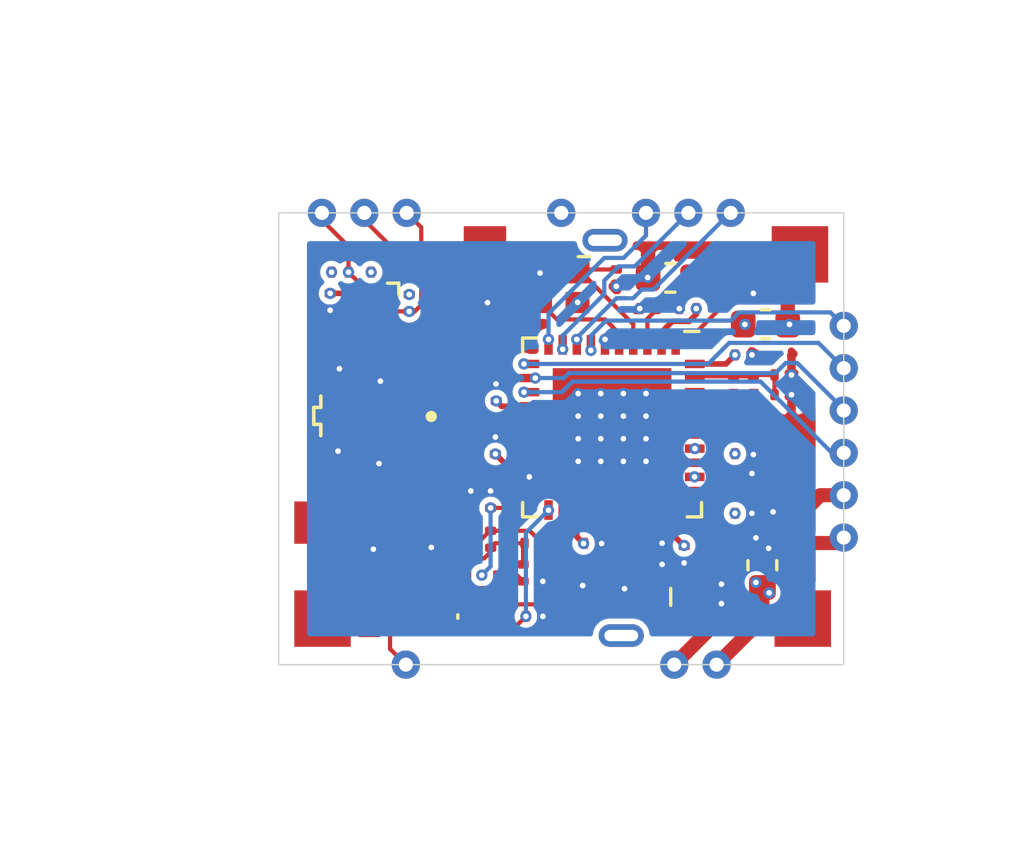
<source format=kicad_pcb>
(kicad_pcb (version 20171130) (host pcbnew "(5.1.6-0-10_14)")
  (layers (0 F.Cu signal) (1 In1.Cu signal) (2 In2.Cu signal) (31 B.Cu signal) (34 B.Paste user) (35 F.Paste user) (36 B.SilkS user) (37 F.SilkS user) (38 B.Mask user) (39 F.Mask user) (44 Edge.Cuts user))
  (net 0 "")
  (net 1 GND)
  (net 2 "Net-(C12-Pad1)")
  (net 3 /VDDCP)
  (net 4 +3V3)
  (net 5 "Net-(C23-Pad2)")
  (net 6 "Net-(C26-Pad1)")
  (net 7 "Net-(C33-Pad1)")
  (net 8 "Net-(C34-Pad2)")
  (net 9 "Net-(J1-Pad1)")
  (net 10 "Net-(U1-Pad35)")
  (net 11 "Net-(U1-Pad31)")
  (net 12 "Net-(U1-Pad26)")
  (net 13 "Net-(U1-Pad25)")
  (net 14 "Net-(U1-Pad24)")
  (net 15 "Net-(U1-Pad22)")
  (net 16 "Net-(U1-Pad17)")
  (net 17 "Net-(U1-Pad16)")
  (net 18 "Net-(U1-Pad15)")
  (net 19 /XT-)
  (net 20 /XT+)
  (net 21 "Net-(C17-Pad2)")
  (net 22 "Net-(C19-Pad2)")
  (net 23 "Net-(C20-Pad2)")
  (net 24 "Net-(C23-Pad1)")
  (net 25 "Net-(C28-Pad1)")
  (net 26 "Net-(C34-Pad1)")
  (net 27 "Net-(C35-Pad2)")
  (net 28 "Net-(C36-Pad2)")
  (net 29 "Net-(C37-Pad1)")
  (net 30 "Net-(C39-Pad1)")
  (net 31 "Net-(C40-Pad1)")
  (net 32 "Net-(C41-Pad1)")
  (net 33 "Net-(C42-Pad2)")
  (net 34 "Net-(C42-Pad1)")
  (net 35 "Net-(C43-Pad1)")
  (net 36 "Net-(C44-Pad2)")
  (net 37 "Net-(C45-Pad1)")
  (net 38 "Net-(C46-Pad2)")
  (net 39 "Net-(C47-Pad2)")
  (net 40 "Net-(C47-Pad1)")
  (net 41 "Net-(C48-Pad2)")
  (net 42 "Net-(C48-Pad1)")
  (net 43 /SDI)
  (net 44 /SCEN)
  (net 45 /SCLK)
  (net 46 /SINTN)
  (net 47 /SDO)
  (net 48 /REGPDIN)
  (net 49 /RESETN)
  (net 50 +3.3VA)
  (net 51 "Net-(L10-Pad1)")
  (net 52 /WP)
  (net 53 /SCL)
  (net 54 /SDA)
  (net 55 "Net-(U7-Pad1)")
  (net 56 "Net-(U7-Pad2)")
  (net 57 "Net-(U7-Pad3)")
  (net 58 "Net-(U7-Pad4)")
  (net 59 "Net-(U7-Pad5)")
  (module Resistor_SMD:R_0201_0603Metric2 (layer F.Cu) (at 166.45 101.94)
    (fp_text reference R9)
    (fp_text value 8.2k)
    (pad 2 smd roundrect (at 0.3 0) (size 0.3 0.4) (layers F.Cu F.Mask) (net 25 "Net-(C28-Pad1)"))
    (pad 1 smd roundrect (at -0.3 0) (size 0.3 0.4) (layers F.Cu F.Mask) (net 6 "Net-(C26-Pad1)"))
  )
  (module Resistor_SMD:R_0201_0603Metric2 (layer F.Cu) (at 167.85 98.44)
    (fp_text reference R8)
    (fp_text value 51)
    (pad 2 smd roundrect (at 0.3 0) (size 0.3 0.4) (layers F.Cu F.Mask) (net 1 GND))
    (pad 1 smd roundrect (at -0.3 0) (size 0.3 0.4) (layers F.Cu F.Mask) (net 22 "Net-(C19-Pad2)"))
  )
  (module Resistor_SMD:R_0201_0603Metric2 (layer F.Cu) (at 152.17 94.1 180)
    (fp_text reference R7)
    (fp_text value 10k)
    (pad 2 smd roundrect (at 0.3 0 180) (size 0.3 0.4) (layers F.Cu F.Mask) (net 4 +3V3))
    (pad 1 smd roundrect (at -0.3 0 180) (size 0.3 0.4) (layers F.Cu F.Mask) (net 52 /WP))
  )
  (module Resistor_SMD:R_0201_0603Metric2 (layer F.Cu) (at 153.57 94.1)
    (fp_text reference R6)
    (fp_text value 10k)
    (pad 2 smd roundrect (at 0.3 0) (size 0.3 0.4) (layers F.Cu F.Mask) (net 53 /SCL))
    (pad 1 smd roundrect (at -0.3 0) (size 0.3 0.4) (layers F.Cu F.Mask) (net 4 +3V3))
  )
  (module Resistor_SMD:R_0201_0603Metric2 (layer F.Cu) (at 154.62 95.19 270)
    (fp_text reference R5)
    (fp_text value 10k)
    (pad 2 smd roundrect (at 0.3 0 270) (size 0.3 0.4) (layers F.Cu F.Mask) (net 54 /SDA))
    (pad 1 smd roundrect (at -0.3 0 270) (size 0.3 0.4) (layers F.Cu F.Mask) (net 4 +3V3))
  )
  (module Inductor_SMD:L_0201_0603Metric2 (layer F.Cu) (at 153.65 103.91)
    (fp_text reference L11)
    (fp_text value 6.8n)
    (pad 2 smd roundrect (at 0.3 0) (size 0.3 0.4) (layers F.Cu F.Mask) (net 39 "Net-(C47-Pad2)"))
    (pad 1 smd roundrect (at -0.3 0) (size 0.3 0.4) (layers F.Cu F.Mask) (net 1 GND))
  )
  (module Inductor_SMD:L_0201_0603Metric2 (layer F.Cu) (at 153.64 104.61)
    (fp_text reference L10)
    (fp_text value 0.039u)
    (pad 2 smd roundrect (at 0.3 0) (size 0.3 0.4) (layers F.Cu F.Mask) (net 39 "Net-(C47-Pad2)"))
    (pad 1 smd roundrect (at -0.3 0) (size 0.3 0.4) (layers F.Cu F.Mask) (net 51 "Net-(L10-Pad1)"))
  )
  (module Inductor_SMD:L_0201_0603Metric2 (layer F.Cu) (at 153.64 105.31 180)
    (fp_text reference L9)
    (fp_text value 2.2n)
    (pad 2 smd roundrect (at 0.3 0 180) (size 0.3 0.4) (layers F.Cu F.Mask) (net 51 "Net-(L10-Pad1)"))
    (pad 1 smd roundrect (at -0.3 0 180) (size 0.3 0.4) (layers F.Cu F.Mask) (net 9 "Net-(J1-Pad1)"))
  )
  (module Inductor_SMD:L_0201_0603Metric2 (layer F.Cu) (at 156.1 103.55 90)
    (fp_text reference L8)
    (fp_text value NC)
    (pad 2 smd roundrect (at 0.3 0 90) (size 0.3 0.4) (layers F.Cu F.Mask) (net 35 "Net-(C43-Pad1)"))
    (pad 1 smd roundrect (at -0.3 0 90) (size 0.3 0.4) (layers F.Cu F.Mask) (net 32 "Net-(C41-Pad1)"))
  )
  (module Inductor_SMD:L_0201_0603Metric2 (layer F.Cu) (at 157.5 103.56 90)
    (fp_text reference L7)
    (fp_text value 6.2n)
    (pad 2 smd roundrect (at 0.3 0 90) (size 0.3 0.4) (layers F.Cu F.Mask) (net 30 "Net-(C39-Pad1)"))
    (pad 1 smd roundrect (at -0.3 0 90) (size 0.3 0.4) (layers F.Cu F.Mask) (net 32 "Net-(C41-Pad1)"))
  )
  (module Inductor_SMD:L_0201_0603Metric2 (layer F.Cu) (at 156.8 103.56 90)
    (fp_text reference L6)
    (fp_text value 6.2n)
    (pad 2 smd roundrect (at 0.3 0 90) (size 0.3 0.4) (layers F.Cu F.Mask) (net 31 "Net-(C40-Pad1)"))
    (pad 1 smd roundrect (at -0.3 0 90) (size 0.3 0.4) (layers F.Cu F.Mask) (net 30 "Net-(C39-Pad1)"))
  )
  (module Inductor_SMD:L_0201_0603Metric2 (layer F.Cu) (at 160.05 104.05 270)
    (fp_text reference L5)
    (fp_text value 15n)
    (pad 2 smd roundrect (at 0.3 0 270) (size 0.3 0.4) (layers F.Cu F.Mask) (net 27 "Net-(C35-Pad2)"))
    (pad 1 smd roundrect (at -0.3 0 270) (size 0.3 0.4) (layers F.Cu F.Mask) (net 30 "Net-(C39-Pad1)"))
  )
  (module Inductor_SMD:L_0201_0603Metric2 (layer F.Cu) (at 165.37 105.85)
    (fp_text reference L4)
    (fp_text value NC)
    (pad 2 smd roundrect (at 0.3 0) (size 0.3 0.4) (layers F.Cu F.Mask) (net 1 GND))
    (pad 1 smd roundrect (at -0.3 0) (size 0.3 0.4) (layers F.Cu F.Mask) (net 28 "Net-(C36-Pad2)"))
  )
  (module Inductor_SMD:L_0201_0603Metric2 (layer F.Cu) (at 165.37 105.15)
    (fp_text reference L3)
    (fp_text value 13n)
    (pad 2 smd roundrect (at 0.3 0) (size 0.3 0.4) (layers F.Cu F.Mask) (net 1 GND))
    (pad 1 smd roundrect (at -0.3 0) (size 0.3 0.4) (layers F.Cu F.Mask) (net 8 "Net-(C34-Pad2)"))
  )
  (module Inductor_SMD:L_0201_0603Metric2 (layer F.Cu) (at 162.16 104.05 270)
    (fp_text reference L2)
    (fp_text value 10n)
    (pad 2 smd roundrect (at 0.3 0 270) (size 0.3 0.4) (layers F.Cu F.Mask) (net 29 "Net-(C37-Pad1)"))
    (pad 1 smd roundrect (at -0.3 0 270) (size 0.3 0.4) (layers F.Cu F.Mask) (net 7 "Net-(C33-Pad1)"))
  )
  (module Inductor_SMD:L_0201_0603Metric2 (layer F.Cu) (at 166.1 99.48 90)
    (fp_text reference L1)
    (fp_text value 4.3n)
    (pad 2 smd roundrect (at 0.3 0 90) (size 0.3 0.4) (layers F.Cu F.Mask) (net 5 "Net-(C23-Pad2)"))
    (pad 1 smd roundrect (at -0.3 0 90) (size 0.3 0.4) (layers F.Cu F.Mask) (net 24 "Net-(C23-Pad1)"))
  )
  (module Capacitor_SMD:C_0603_1608Metric (layer F.Cu) (at 167.12 104.48 270)
    (fp_text reference C1)
    (fp_text value 10uF)
    (pad 2 smd roundrect (at 0.7875 0 270) (size 0.875 0.95) (layers F.Cu F.Paste F.Mask) (net 50 +3.3VA))
    (pad 1 smd roundrect (at -0.7875 0 270) (size 0.875 0.95) (layers F.Cu F.Paste F.Mask) (net 1 GND))
  )
  (module lazurite_footprint:RF920A_SHIELD (layer F.Cu) (at 160.05 99.97)
    (fp_text reference U7 hide)
    (fp_text value RF920_SHIELD)
    (pad "" np_thru_hole oval (at 2.075 7 270) (size 0.8 1.6) (drill oval 0.4 1.2) (layers *.Cu *.Mask))
    (pad 1 smd rect (at -9.2 3 90) (size 1.5 0.6) (layers F.Cu F.Paste F.Mask) (net 55 "Net-(U7-Pad1)"))
    (pad 2 smd rect (at -2.75 -7.2) (size 1.5 0.6) (layers F.Cu F.Paste F.Mask) (net 56 "Net-(U7-Pad2)"))
    (pad 3 smd custom (at 9 7 180) (size 1 0.4) (layers F.Cu F.Paste F.Mask) (net 57 "Net-(U7-Pad3)") (options (clearance outline) (anchor rect)) (primitives (gr_poly (pts (xy -0.5 -0.4) (xy 1.5 -0.4) (xy 1.5 0.2) (xy 0.1 0.2) (xy 0.1 1.6) (xy -0.5 1.6)) (width 0))))
    (pad 4 smd custom (at 9 -7 270) (size 1 0.4) (layers F.Cu F.Paste F.Mask) (net 58 "Net-(U7-Pad4)") (options (clearance outline) (anchor rect)) (primitives (gr_poly (pts (xy -0.5 -0.4) (xy 1.5 -0.4) (xy 1.5 0.2) (xy 0.1 0.2) (xy 0.1 1.6) (xy -0.5 1.6)) (width 0))))
    (pad "" np_thru_hole oval (at 1.5 -7 90) (size 0.8 1.6) (drill oval 0.4 1.2) (layers *.Cu *.Mask))
    (pad 5 smd custom (at -9.1 6.9 90) (size 1 0.4) (layers F.Cu F.Paste F.Mask) (net 59 "Net-(U7-Pad5)") (options (clearance outline) (anchor rect)) (primitives (gr_poly (pts (xy -0.5 -0.4) (xy 1.5 -0.4) (xy 1.5 0.2) (xy 0.1 0.2) (xy 0.1 1.6) (xy -0.5 1.6)) (width 0))))
  )
  (module Capacitor_SMD:C_0201_0603Metric_2 (layer F.Cu) (at 154.7 103.55 270)
    (fp_text reference C48)
    (fp_text value 47p)
    (pad 2 smd roundrect (at 0.3 0 270) (size 0.3 0.4) (layers F.Cu F.Paste F.Mask) (net 41 "Net-(C48-Pad2)"))
    (pad 1 smd roundrect (at -0.3 0 270) (size 0.3 0.4) (layers F.Cu F.Paste F.Mask) (net 42 "Net-(C48-Pad1)"))
  )
  (module Capacitor_SMD:C_0201_0603Metric_2 (layer F.Cu) (at 155.04 105.31 180)
    (fp_text reference C47)
    (fp_text value 47p)
    (pad 2 smd roundrect (at 0.3 0 180) (size 0.3 0.4) (layers F.Cu F.Paste F.Mask) (net 39 "Net-(C47-Pad2)"))
    (pad 1 smd roundrect (at -0.3 0 180) (size 0.3 0.4) (layers F.Cu F.Paste F.Mask) (net 40 "Net-(C47-Pad1)"))
  )
  (module Capacitor_SMD:C_0201_0603Metric_2 (layer F.Cu) (at 157.5 102.15 270)
    (fp_text reference C46)
    (fp_text value 1000p)
    (pad 2 smd roundrect (at 0.3 0 270) (size 0.3 0.4) (layers F.Cu F.Paste F.Mask) (net 38 "Net-(C46-Pad2)"))
    (pad 1 smd roundrect (at -0.3 0 270) (size 0.3 0.4) (layers F.Cu F.Paste F.Mask) (net 1 GND))
  )
  (module Capacitor_SMD:C_0201_0603Metric_2 (layer F.Cu) (at 159.05 106.29)
    (fp_text reference C45)
    (fp_text value 1000p)
    (pad 2 smd roundrect (at 0.3 0) (size 0.3 0.4) (layers F.Cu F.Paste F.Mask) (net 1 GND))
    (pad 1 smd roundrect (at -0.3 0) (size 0.3 0.4) (layers F.Cu F.Paste F.Mask) (net 37 "Net-(C45-Pad1)"))
  )
  (module Capacitor_SMD:C_0201_0603Metric_2 (layer F.Cu) (at 158.65 104.75 270)
    (fp_text reference C44)
    (fp_text value 0.01u)
    (pad 2 smd roundrect (at 0.3 0 270) (size 0.3 0.4) (layers F.Cu F.Paste F.Mask) (net 36 "Net-(C44-Pad2)"))
    (pad 1 smd roundrect (at -0.3 0 270) (size 0.3 0.4) (layers F.Cu F.Paste F.Mask) (net 32 "Net-(C41-Pad1)"))
  )
  (module Capacitor_SMD:C_0201_0603Metric_2 (layer F.Cu) (at 155.4 103.55 270)
    (fp_text reference C43)
    (fp_text value NC)
    (pad 2 smd roundrect (at 0.3 0 270) (size 0.3 0.4) (layers F.Cu F.Paste F.Mask) (net 1 GND))
    (pad 1 smd roundrect (at -0.3 0 270) (size 0.3 0.4) (layers F.Cu F.Paste F.Mask) (net 35 "Net-(C43-Pad1)"))
  )
  (module Capacitor_SMD:C_0201_0603Metric_2 (layer F.Cu) (at 161.07 105.9 180)
    (fp_text reference C42)
    (fp_text value 0.01u)
    (pad 2 smd roundrect (at 0.3 0 180) (size 0.3 0.4) (layers F.Cu F.Paste F.Mask) (net 33 "Net-(C42-Pad2)"))
    (pad 1 smd roundrect (at -0.3 0 180) (size 0.3 0.4) (layers F.Cu F.Paste F.Mask) (net 34 "Net-(C42-Pad1)"))
  )
  (module Capacitor_SMD:C_0201_0603Metric_2 (layer F.Cu) (at 159 103.7)
    (fp_text reference C41)
    (fp_text value 0.5p)
    (pad 2 smd roundrect (at 0.3 0) (size 0.3 0.4) (layers F.Cu F.Paste F.Mask) (net 30 "Net-(C39-Pad1)"))
    (pad 1 smd roundrect (at -0.3 0) (size 0.3 0.4) (layers F.Cu F.Paste F.Mask) (net 32 "Net-(C41-Pad1)"))
  )
  (module Capacitor_SMD:C_0201_0603Metric_2 (layer F.Cu) (at 156.8 102.15 90)
    (fp_text reference C40)
    (fp_text value 0.9p)
    (pad 2 smd roundrect (at 0.3 0 90) (size 0.3 0.4) (layers F.Cu F.Paste F.Mask) (net 1 GND))
    (pad 1 smd roundrect (at -0.3 0 90) (size 0.3 0.4) (layers F.Cu F.Paste F.Mask) (net 31 "Net-(C40-Pad1)"))
  )
  (module Capacitor_SMD:C_0201_0603Metric_2 (layer F.Cu) (at 159.35 104.75 270)
    (fp_text reference C39)
    (fp_text value 2.4p)
    (pad 2 smd roundrect (at 0.3 0 270) (size 0.3 0.4) (layers F.Cu F.Paste F.Mask) (net 1 GND))
    (pad 1 smd roundrect (at -0.3 0 270) (size 0.3 0.4) (layers F.Cu F.Paste F.Mask) (net 30 "Net-(C39-Pad1)"))
  )
  (module Capacitor_SMD:C_0201_0603Metric_2 (layer F.Cu) (at 163.27 103.7 180)
    (fp_text reference C38)
    (fp_text value 100p)
    (pad 2 smd roundrect (at 0.3 0 180) (size 0.3 0.4) (layers F.Cu F.Paste F.Mask) (net 29 "Net-(C37-Pad1)"))
    (pad 1 smd roundrect (at -0.3 0 180) (size 0.3 0.4) (layers F.Cu F.Paste F.Mask) (net 1 GND))
  )
  (module Capacitor_SMD:C_0201_0603Metric_2 (layer F.Cu) (at 163.27 104.45)
    (fp_text reference C37)
    (fp_text value 1u)
    (pad 2 smd roundrect (at 0.3 0) (size 0.3 0.4) (layers F.Cu F.Paste F.Mask) (net 1 GND))
    (pad 1 smd roundrect (at -0.3 0) (size 0.3 0.4) (layers F.Cu F.Paste F.Mask) (net 29 "Net-(C37-Pad1)"))
  )
  (module Capacitor_SMD:C_0201_0603Metric_2 (layer F.Cu) (at 164.316 105.52 270)
    (fp_text reference C36)
    (fp_text value 0.6p)
    (pad 2 smd roundrect (at 0.3 0 270) (size 0.3 0.4) (layers F.Cu F.Paste F.Mask) (net 28 "Net-(C36-Pad2)"))
    (pad 1 smd roundrect (at -0.3 0 270) (size 0.3 0.4) (layers F.Cu F.Paste F.Mask) (net 8 "Net-(C34-Pad2)"))
  )
  (module Capacitor_SMD:C_0201_0603Metric_2 (layer F.Cu) (at 161.105 104.4 180)
    (fp_text reference C35)
    (fp_text value 3.0p)
    (pad 2 smd roundrect (at 0.3 0 180) (size 0.3 0.4) (layers F.Cu F.Paste F.Mask) (net 27 "Net-(C35-Pad2)"))
    (pad 1 smd roundrect (at -0.3 0 180) (size 0.3 0.4) (layers F.Cu F.Paste F.Mask) (net 7 "Net-(C33-Pad1)"))
  )
  (module Capacitor_SMD:C_0201_0603Metric_2 (layer F.Cu) (at 165.05 104.1 270)
    (fp_text reference C34)
    (fp_text value 100p)
    (pad 2 smd roundrect (at 0.3 0 270) (size 0.3 0.4) (layers F.Cu F.Paste F.Mask) (net 8 "Net-(C34-Pad2)"))
    (pad 1 smd roundrect (at -0.3 0 270) (size 0.3 0.4) (layers F.Cu F.Paste F.Mask) (net 26 "Net-(C34-Pad1)"))
  )
  (module Capacitor_SMD:C_0201_0603Metric_2 (layer F.Cu) (at 161.07 105.2 180)
    (fp_text reference C33)
    (fp_text value NC)
    (pad 2 smd roundrect (at 0.3 0 180) (size 0.3 0.4) (layers F.Cu F.Paste F.Mask) (net 1 GND))
    (pad 1 smd roundrect (at -0.3 0 180) (size 0.3 0.4) (layers F.Cu F.Paste F.Mask) (net 7 "Net-(C33-Pad1)"))
  )
  (module Capacitor_SMD:C_0201_0603Metric_2 (layer F.Cu) (at 161.11 103.7 180)
    (fp_text reference C32)
    (fp_text value 0.1u)
    (pad 2 smd roundrect (at 0.3 0 180) (size 0.3 0.4) (layers F.Cu F.Paste F.Mask) (net 3 /VDDCP))
    (pad 1 smd roundrect (at -0.3 0 180) (size 0.3 0.4) (layers F.Cu F.Paste F.Mask) (net 1 GND))
  )
  (module Capacitor_SMD:C_0201_0603Metric_2 (layer F.Cu) (at 164.35 104.1 270)
    (fp_text reference C31)
    (fp_text value 0.1u)
    (pad 2 smd roundrect (at 0.3 0 270) (size 0.3 0.4) (layers F.Cu F.Paste F.Mask) (net 1 GND))
    (pad 1 smd roundrect (at -0.3 0 270) (size 0.3 0.4) (layers F.Cu F.Paste F.Mask) (net 50 +3.3VA))
  )
  (module Capacitor_SMD:C_0201_0603Metric_2 (layer F.Cu) (at 166.45 102.64 180)
    (fp_text reference C29)
    (fp_text value 0.1u)
    (pad 2 smd roundrect (at 0.3 0 180) (size 0.3 0.4) (layers F.Cu F.Paste F.Mask) (net 3 /VDDCP))
    (pad 1 smd roundrect (at -0.3 0 180) (size 0.3 0.4) (layers F.Cu F.Paste F.Mask) (net 1 GND))
  )
  (module Capacitor_SMD:C_0201_0603Metric_2 (layer F.Cu) (at 167.5 102.29 270)
    (fp_text reference C28)
    (fp_text value 3.3n)
    (pad 2 smd roundrect (at 0.3 0 270) (size 0.3 0.4) (layers F.Cu F.Paste F.Mask) (net 1 GND))
    (pad 1 smd roundrect (at -0.3 0 270) (size 0.3 0.4) (layers F.Cu F.Paste F.Mask) (net 25 "Net-(C28-Pad1)"))
  )
  (module Capacitor_SMD:C_0201_0603Metric_2 (layer F.Cu) (at 166.45 101.23)
    (fp_text reference C26)
    (fp_text value 47p)
    (pad 2 smd roundrect (at 0.3 0) (size 0.3 0.4) (layers F.Cu F.Paste F.Mask) (net 1 GND))
    (pad 1 smd roundrect (at -0.3 0) (size 0.3 0.4) (layers F.Cu F.Paste F.Mask) (net 6 "Net-(C26-Pad1)"))
  )
  (module Capacitor_SMD:C_0201_0603Metric_2 (layer F.Cu) (at 157.67 100.24 270)
    (fp_text reference C25)
    (fp_text value 0.1u)
    (pad 2 smd roundrect (at 0.3 0 270) (size 0.3 0.4) (layers F.Cu F.Paste F.Mask) (net 4 +3V3))
    (pad 1 smd roundrect (at -0.3 0 270) (size 0.3 0.4) (layers F.Cu F.Paste F.Mask) (net 1 GND))
  )
  (module Capacitor_SMD:C_0201_0603Metric_2 (layer F.Cu) (at 166.45 100.53)
    (fp_text reference C24)
    (fp_text value 0.1u)
    (pad 2 smd roundrect (at 0.3 0) (size 0.3 0.4) (layers F.Cu F.Paste F.Mask) (net 1 GND))
    (pad 1 smd roundrect (at -0.3 0) (size 0.3 0.4) (layers F.Cu F.Paste F.Mask) (net 3 /VDDCP))
  )
  (module Capacitor_SMD:C_0201_0603Metric_2 (layer F.Cu) (at 166.8 99.48 90)
    (fp_text reference C23)
    (fp_text value 4.7p)
    (pad 2 smd roundrect (at 0.3 0 90) (size 0.3 0.4) (layers F.Cu F.Paste F.Mask) (net 5 "Net-(C23-Pad2)"))
    (pad 1 smd roundrect (at -0.3 0 90) (size 0.3 0.4) (layers F.Cu F.Paste F.Mask) (net 24 "Net-(C23-Pad1)"))
  )
  (module Capacitor_SMD:C_0201_0603Metric_2 (layer F.Cu) (at 157.7 98.36 270)
    (fp_text reference C22)
    (fp_text value 0.1u)
    (pad 2 smd roundrect (at 0.3 0 270) (size 0.3 0.4) (layers F.Cu F.Paste F.Mask) (net 4 +3V3))
    (pad 1 smd roundrect (at -0.3 0 270) (size 0.3 0.4) (layers F.Cu F.Paste F.Mask) (net 1 GND))
  )
  (module Capacitor_SMD:C_0201_0603Metric_2 (layer F.Cu) (at 166.8 98.08 90)
    (fp_text reference C21)
    (fp_text value 0.01u)
    (pad 2 smd roundrect (at 0.3 0 90) (size 0.3 0.4) (layers F.Cu F.Paste F.Mask) (net 22 "Net-(C19-Pad2)"))
    (pad 1 smd roundrect (at -0.3 0 90) (size 0.3 0.4) (layers F.Cu F.Paste F.Mask) (net 23 "Net-(C20-Pad2)"))
  )
  (module Capacitor_SMD:C_0201_0603Metric_2 (layer F.Cu) (at 166.1 98.08 270)
    (fp_text reference C20)
    (fp_text value 100p)
    (pad 2 smd roundrect (at 0.3 0 270) (size 0.3 0.4) (layers F.Cu F.Paste F.Mask) (net 23 "Net-(C20-Pad2)"))
    (pad 1 smd roundrect (at -0.3 0 270) (size 0.3 0.4) (layers F.Cu F.Paste F.Mask) (net 22 "Net-(C19-Pad2)"))
  )
  (module Capacitor_SMD:C_0201_0603Metric_2 (layer F.Cu) (at 167.85 97.74 180)
    (fp_text reference C19)
    (fp_text value 1u)
    (pad 2 smd roundrect (at 0.3 0 180) (size 0.3 0.4) (layers F.Cu F.Paste F.Mask) (net 22 "Net-(C19-Pad2)"))
    (pad 1 smd roundrect (at -0.3 0 180) (size 0.3 0.4) (layers F.Cu F.Paste F.Mask) (net 1 GND))
  )
  (module Capacitor_SMD:C_0201_0603Metric_2 (layer F.Cu) (at 166.45 97.03)
    (fp_text reference C18)
    (fp_text value 0.1u)
    (pad 2 smd roundrect (at 0.3 0) (size 0.3 0.4) (layers F.Cu F.Paste F.Mask) (net 1 GND))
    (pad 1 smd roundrect (at -0.3 0) (size 0.3 0.4) (layers F.Cu F.Paste F.Mask) (net 50 +3.3VA))
  )
  (module Capacitor_SMD:C_0201_0603Metric_2 (layer F.Cu) (at 166.45 94.86 180)
    (fp_text reference C17)
    (fp_text value 0.1u)
    (pad 2 smd roundrect (at 0.3 0 180) (size 0.3 0.4) (layers F.Cu F.Paste F.Mask) (net 21 "Net-(C17-Pad2)"))
    (pad 1 smd roundrect (at -0.3 0 180) (size 0.3 0.4) (layers F.Cu F.Paste F.Mask) (net 1 GND))
  )
  (module Capacitor_SMD:C_0201_0603Metric_2 (layer F.Cu) (at 157.69 95.18 180)
    (fp_text reference C16)
    (fp_text value NC)
    (pad 2 smd roundrect (at 0.3 0 180) (size 0.3 0.4) (layers F.Cu F.Paste F.Mask) (net 1 GND))
    (pad 1 smd roundrect (at -0.3 0 180) (size 0.3 0.4) (layers F.Cu F.Paste F.Mask) (net 19 /XT-))
  )
  (module Capacitor_SMD:C_0201_0603Metric_2 (layer F.Cu) (at 161.95 94.305 90)
    (fp_text reference C15)
    (fp_text value NC)
    (pad 2 smd roundrect (at 0.3 0 90) (size 0.3 0.4) (layers F.Cu F.Paste F.Mask) (net 20 /XT+))
    (pad 1 smd roundrect (at -0.3 0 90) (size 0.3 0.4) (layers F.Cu F.Paste F.Mask) (net 1 GND))
  )
  (module Capacitor_SMD:C_0201_0603Metric_2 (layer F.Cu) (at 163.08 95.39 180)
    (fp_text reference C12)
    (fp_text value 1000p)
    (pad 2 smd roundrect (at 0.3 0 180) (size 0.3 0.4) (layers F.Cu F.Paste F.Mask) (net 1 GND))
    (pad 1 smd roundrect (at -0.3 0 180) (size 0.3 0.4) (layers F.Cu F.Paste F.Mask) (net 2 "Net-(C12-Pad1)"))
  )
  (module Capacitor_SMD:C_0201_0603Metric_2 (layer F.Cu) (at 164.48 95.39 180)
    (fp_text reference C10)
    (fp_text value 1000p)
    (pad 2 smd roundrect (at 0.3 0 180) (size 0.3 0.4) (layers F.Cu F.Paste F.Mask) (net 1 GND))
    (pad 1 smd roundrect (at -0.3 0 180) (size 0.3 0.4) (layers F.Cu F.Paste F.Mask) (net 3 /VDDCP))
  )
  (module Capacitor_SMD:C_0201_0603Metric_2 (layer F.Cu) (at 151.82 95.15 270)
    (fp_text reference C5)
    (fp_text value 0.1u)
    (pad 2 smd roundrect (at 0.3 0 270) (size 0.3 0.4) (layers F.Cu F.Paste F.Mask) (net 1 GND))
    (pad 1 smd roundrect (at -0.3 0 270) (size 0.3 0.4) (layers F.Cu F.Paste F.Mask) (net 4 +3V3))
  )
  (module Package_DFN_QFN:WQFN-40-1EP_6x6mm_P0.5mm_EP4.2x4.2mm (layer F.Cu) (at 161.8 99.6 270)
    (fp_text reference U1)
    (fp_text value ML7396D)
    (pad 40 smd rect (at -2.25 -2.925 270) (size 0.3 0.7) (layers F.Cu F.Paste F.Mask) (net 50 +3.3VA))
    (pad 39 smd rect (at -1.725 -2.925 270) (size 0.3 0.7) (layers F.Cu F.Paste F.Mask) (net 22 "Net-(C19-Pad2)"))
    (pad 30 smd rect (at 2.925 -2.25) (size 0.3 0.7) (layers F.Cu F.Paste F.Mask) (net 26 "Net-(C34-Pad1)"))
    (pad 29 smd rect (at 2.925 -1.75) (size 0.3 0.7) (layers F.Cu F.Paste F.Mask) (net 50 +3.3VA))
    (pad 20 smd rect (at 2.25 2.925 270) (size 0.3 0.7) (layers F.Cu F.Paste F.Mask) (net 38 "Net-(C46-Pad2)"))
    (pad 19 smd rect (at 1.75 2.925 270) (size 0.3 0.7) (layers F.Cu F.Paste F.Mask) (net 1 GND))
    (pad 10 smd rect (at -2.925 2.25) (size 0.3 0.7) (layers F.Cu F.Paste F.Mask) (net 46 /SINTN))
    (pad 9 smd rect (at -2.925 1.75) (size 0.3 0.7) (layers F.Cu F.Paste F.Mask) (net 47 /SDO))
    (pad 38 smd rect (at -1.25 -2.925 270) (size 0.3 0.7) (layers F.Cu F.Paste F.Mask) (net 23 "Net-(C20-Pad2)"))
    (pad 37 smd rect (at -0.75 -2.925 270) (size 0.3 0.7) (layers F.Cu F.Paste F.Mask) (net 5 "Net-(C23-Pad2)"))
    (pad 36 smd rect (at -0.25 -2.925 270) (size 0.3 0.7) (layers F.Cu F.Paste F.Mask) (net 24 "Net-(C23-Pad1)"))
    (pad 35 smd rect (at 0.25 -2.925 270) (size 0.3 0.7) (layers F.Cu F.Paste F.Mask) (net 10 "Net-(U1-Pad35)"))
    (pad 34 smd rect (at 0.75 -2.925 270) (size 0.3 0.7) (layers F.Cu F.Paste F.Mask) (net 3 /VDDCP))
    (pad 33 smd rect (at 1.25 -2.925 270) (size 0.3 0.7) (layers F.Cu F.Paste F.Mask) (net 6 "Net-(C26-Pad1)"))
    (pad 32 smd rect (at 1.75 -2.925 270) (size 0.3 0.7) (layers F.Cu F.Paste F.Mask) (net 3 /VDDCP))
    (pad 31 smd rect (at 2.25 -2.925 270) (size 0.3 0.7) (layers F.Cu F.Paste F.Mask) (net 11 "Net-(U1-Pad31)"))
    (pad 28 smd rect (at 2.925 -1.25) (size 0.3 0.7) (layers F.Cu F.Paste F.Mask) (net 29 "Net-(C37-Pad1)"))
    (pad 27 smd rect (at 2.925 -0.75) (size 0.3 0.7) (layers F.Cu F.Paste F.Mask) (net 7 "Net-(C33-Pad1)"))
    (pad 26 smd rect (at 2.925 -0.25) (size 0.3 0.7) (layers F.Cu F.Paste F.Mask) (net 12 "Net-(U1-Pad26)"))
    (pad 25 smd rect (at 2.925 0.25) (size 0.3 0.7) (layers F.Cu F.Paste F.Mask) (net 13 "Net-(U1-Pad25)"))
    (pad 24 smd rect (at 2.925 0.75) (size 0.3 0.7) (layers F.Cu F.Paste F.Mask) (net 14 "Net-(U1-Pad24)"))
    (pad 23 smd rect (at 2.925 1.25) (size 0.3 0.7) (layers F.Cu F.Paste F.Mask) (net 3 /VDDCP))
    (pad 22 smd rect (at 2.925 1.75) (size 0.3 0.7) (layers F.Cu F.Paste F.Mask) (net 15 "Net-(U1-Pad22)"))
    (pad 21 smd rect (at 2.925 2.25) (size 0.3 0.7) (layers F.Cu F.Paste F.Mask) (net 37 "Net-(C45-Pad1)"))
    (pad 18 smd rect (at 1.25 2.925 270) (size 0.3 0.7) (layers F.Cu F.Paste F.Mask) (net 4 +3V3))
    (pad 17 smd rect (at 0.75 2.925 270) (size 0.3 0.7) (layers F.Cu F.Paste F.Mask) (net 16 "Net-(U1-Pad17)"))
    (pad 16 smd rect (at 0.25 2.925 270) (size 0.3 0.7) (layers F.Cu F.Paste F.Mask) (net 17 "Net-(U1-Pad16)"))
    (pad 15 smd rect (at -0.25 2.925 270) (size 0.3 0.7) (layers F.Cu F.Paste F.Mask) (net 18 "Net-(U1-Pad15)"))
    (pad 14 smd rect (at -0.75 2.925 270) (size 0.3 0.7) (layers F.Cu F.Paste F.Mask) (net 4 +3V3))
    (pad 13 smd rect (at -1.25 2.925 270) (size 0.3 0.7) (layers F.Cu F.Paste F.Mask) (net 43 /SDI))
    (pad 12 smd rect (at -1.75 2.925 270) (size 0.3 0.7) (layers F.Cu F.Paste F.Mask) (net 44 /SCEN))
    (pad 11 smd rect (at -2.25 2.925 270) (size 0.3 0.7) (layers F.Cu F.Paste F.Mask) (net 45 /SCLK))
    (pad 8 smd rect (at -2.925 1.25) (size 0.3 0.7) (layers F.Cu F.Paste F.Mask) (net 48 /REGPDIN))
    (pad 7 smd rect (at -2.925 0.75) (size 0.3 0.7) (layers F.Cu F.Paste F.Mask) (net 49 /RESETN))
    (pad 6 smd rect (at -2.925 0.25) (size 0.3 0.7) (layers F.Cu F.Paste F.Mask) (net 1 GND))
    (pad 5 smd rect (at -2.925 -0.25) (size 0.3 0.7) (layers F.Cu F.Paste F.Mask) (net 19 /XT-))
    (pad 4 smd rect (at -2.925 -0.75) (size 0.3 0.7) (layers F.Cu F.Paste F.Mask) (net 20 /XT+))
    (pad 3 smd rect (at -2.925 -1.25) (size 0.3 0.7) (layers F.Cu F.Paste F.Mask) (net 2 "Net-(C12-Pad1)"))
    (pad 2 smd rect (at -2.925 -1.75) (size 0.3 0.7) (layers F.Cu F.Paste F.Mask) (net 3 /VDDCP))
    (pad 1 smd rect (at -2.925 -2.25) (size 0.3 0.7) (layers F.Cu F.Paste F.Mask) (net 21 "Net-(C17-Pad2)"))
    (pad 41 smd rect (at 0 0 270) (size 4.2 4.2) (layers F.Cu F.Mask) (net 1 GND))
  )
  (module lazurite_footprint:IPEX_20279-001E-03 (layer F.Cu) (at 152.79 99.19)
    (fp_text reference U2)
    (fp_text value MHF1)
    (pad 3 smd rect (at 0 1.475) (size 2.2 1.05) (layers F.Cu F.Paste F.Mask) (net 1 GND))
    (pad 1 smd rect (at 1.525 0) (size 1.05 1) (layers F.Cu F.Paste F.Mask) (net 42 "Net-(C48-Pad1)"))
    (pad 2 smd rect (at 0 -1.475) (size 2.2 1.05) (layers F.Cu F.Paste F.Mask) (net 1 GND))
  )
  (module RF:NX2016SA (layer F.Cu) (at 159.9 94.65 180)
    (fp_text reference U5)
    (fp_text value NX2016S)
    (pad 4 smd rect (at -0.675 -0.525 180) (size 0.85 0.75) (layers F.Cu F.Paste F.Mask) (net 1 GND))
    (pad 3 smd rect (at 0.65 -0.525 180) (size 0.85 0.75) (layers F.Cu F.Paste F.Mask) (net 19 /XT-))
    (pad 2 smd rect (at 0.65 0.525 180) (size 0.85 0.75) (layers F.Cu F.Paste F.Mask) (net 1 GND))
    (pad 1 smd rect (at -0.675 0.525 180) (size 0.85 0.75) (layers F.Cu F.Paste F.Mask) (net 20 /XT+))
  )
  (module Capacitor_SMD:C_0603_1608Metric (layer F.Cu) (at 163.8625 94.3)
    (fp_text reference C13)
    (fp_text value 10u)
    (pad 2 smd roundrect (at 0.7875 0) (size 0.875 0.95) (layers F.Cu F.Paste F.Mask) (net 2 "Net-(C12-Pad1)"))
    (pad 1 smd roundrect (at -0.7875 0) (size 0.875 0.95) (layers F.Cu F.Paste F.Mask) (net 1 GND))
  )
  (module Capacitor_SMD:C_0603_1608Metric (layer F.Cu) (at 167.23 95.94 180)
    (fp_text reference C11)
    (fp_text value 10u)
    (pad 2 smd roundrect (at 0.7875 0 180) (size 0.875 0.95) (layers F.Cu F.Paste F.Mask) (net 3 /VDDCP))
    (pad 1 smd roundrect (at -0.7875 0 180) (size 0.875 0.95) (layers F.Cu F.Paste F.Mask) (net 1 GND))
  )
  (module Package_CSP:UCSP30L1 (layer F.Cu) (at 153.25 95.29 180)
    (fp_text reference U6)
    (fp_text value BRCB032GWZ-3)
    (pad A3 smd circle (at 0.4 0.2 180) (size 0.25 0.25) (layers F.Cu F.Paste F.Mask) (net 4 +3V3))
    (pad B3 smd circle (at 0.4 -0.2 180) (size 0.25 0.25) (layers F.Cu F.Paste F.Mask) (net 1 GND))
    (pad A2 smd circle (at 0 0.2 180) (size 0.25 0.25) (layers F.Cu F.Paste F.Mask) (net 52 /WP))
    (pad B2 smd circle (at 0 -0.2 180) (size 0.25 0.25) (layers F.Cu F.Paste F.Mask) (net 1 GND))
    (pad B1 smd circle (at -0.4 -0.2 180) (size 0.25 0.25) (layers F.Cu F.Paste F.Mask) (net 54 /SDA))
    (pad A1 smd circle (at -0.4 0.2 180) (size 0.25 0.25) (layers F.Cu F.Paste F.Mask) (net 53 /SCL))
  )
  (module RF:WFD79C0925FG (layer F.Cu) (at 162.875 105.6 180)
    (fp_text reference U4)
    (fp_text value WFD79C0925FG)
    (pad 5 smd rect (at 0 -0.3375 270) (size 0.425 0.25) (layers F.Cu F.Paste F.Mask) (net 1 GND))
    (pad 2 smd rect (at 0 0.3375 270) (size 0.425 0.25) (layers F.Cu F.Paste F.Mask) (net 1 GND))
    (pad 4 smd rect (at 0.6375 -0.2875 180) (size 0.425 0.325) (layers F.Cu F.Paste F.Mask) (net 34 "Net-(C42-Pad1)"))
    (pad 3 smd rect (at 0.6375 0.2875 180) (size 0.425 0.325) (layers F.Cu F.Paste F.Mask) (net 1 GND))
    (pad 1 smd rect (at -0.5875 0 180) (size 0.425 0.325) (layers F.Cu F.Paste F.Mask) (net 28 "Net-(C36-Pad2)"))
  )
  (module RF:SKY13438_374LF (layer F.Cu) (at 157.19 105.56 90)
    (fp_text reference U3)
    (fp_text value SKY13438-374LF)
    (pad 7 smd roundrect (at 0 0 90) (size 0.7 1.3) (layers F.Cu F.Paste F.Mask) (roundrect_rratio 0.07099999999999999))
    (pad 6 smd roundrect (at 0.725 -0.5 90) (size 0.35 0.25) (layers F.Cu F.Paste F.Mask) (roundrect_rratio 0.2) (net 41 "Net-(C48-Pad2)"))
    (pad 5 smd roundrect (at 0.725 0 90) (size 0.35 0.25) (layers F.Cu F.Paste F.Mask) (roundrect_rratio 0.2) (net 38 "Net-(C46-Pad2)"))
    (pad 4 smd roundrect (at 0.725 0.525 90) (size 0.35 0.25) (layers F.Cu F.Paste F.Mask) (roundrect_rratio 0.2) (net 36 "Net-(C44-Pad2)"))
    (pad 3 smd roundrect (at -0.725 0.5 90) (size 0.35 0.25) (layers F.Cu F.Paste F.Mask) (roundrect_rratio 0.2) (net 33 "Net-(C42-Pad2)"))
    (pad 2 smd roundrect (at -0.725 0 90) (size 0.35 0.25) (layers F.Cu F.Paste F.Mask) (roundrect_rratio 0.2) (net 37 "Net-(C45-Pad1)"))
    (pad 1 smd roundrect (at -0.725 -0.5 90) (size 0.35 0.25) (layers F.Cu F.Paste F.Mask) (roundrect_rratio 0.2) (net 40 "Net-(C47-Pad1)"))
  )
  (module lazurite_footprint:LGAPAD (layer F.Cu) (at 154.53 92 180)
    (fp_text reference J19 hide)
    (fp_text value Conn_01x01)
    (pad 1 thru_hole circle (at 0 0 180) (size 1 1) (drill 0.5) (layers *.Cu *.Mask) (net 54 /SDA))
  )
  (module lazurite_footprint:LGAPAD (layer F.Cu) (at 170 103.5 90)
    (fp_text reference J17 hide)
    (fp_text value Conn_01x01)
    (pad 1 thru_hole circle (at 0 0 90) (size 1 1) (drill 0.5) (layers *.Cu *.Mask) (net 1 GND))
  )
  (module lazurite_footprint:LGAPAD (layer F.Cu) (at 170 102 180)
    (fp_text reference J16 hide)
    (fp_text value Conn_01x01)
    (pad 1 thru_hole circle (at 0 0 180) (size 1 1) (drill 0.5) (layers *.Cu *.Mask) (net 1 GND))
  )
  (module lazurite_footprint:LGAPAD (layer F.Cu) (at 165.5 108 90)
    (fp_text reference J14 hide)
    (fp_text value Conn_01x01)
    (pad 1 thru_hole circle (at 0 0 90) (size 1 1) (drill 0.5) (layers *.Cu *.Mask) (net 50 +3.3VA))
  )
  (module lazurite_footprint:LGAPAD (layer F.Cu) (at 164 108 90)
    (fp_text reference J13 hide)
    (fp_text value Conn_01x01)
    (pad 1 thru_hole circle (at 0 0 90) (size 1 1) (drill 0.5) (layers *.Cu *.Mask) (net 50 +3.3VA))
  )
  (module lazurite_footprint:LGAPAD (layer F.Cu) (at 153.03 92 180)
    (fp_text reference J12 hide)
    (fp_text value Conn_01x01)
    (pad 1 thru_hole circle (at 0 0 180) (size 1 1) (drill 0.5) (layers *.Cu *.Mask) (net 53 /SCL))
  )
  (module lazurite_footprint:LGAPAD (layer F.Cu) (at 151.53 92 90)
    (fp_text reference J11 hide)
    (fp_text value Conn_01x01)
    (pad 1 thru_hole circle (at 0 0 90) (size 1 1) (drill 0.5) (layers *.Cu *.Mask) (net 52 /WP))
  )
  (module lazurite_footprint:LGAPAD (layer F.Cu) (at 170 96 90)
    (fp_text reference J10 hide)
    (fp_text value Conn_01x01)
    (pad 1 thru_hole circle (at 0 0 90) (size 1 1) (drill 0.5) (layers *.Cu *.Mask) (net 49 /RESETN))
  )
  (module lazurite_footprint:LGAPAD (layer F.Cu) (at 166 92 90)
    (fp_text reference J9 hide)
    (fp_text value Conn_01x01)
    (pad 1 thru_hole circle (at 0 0 90) (size 1 1) (drill 0.5) (layers *.Cu *.Mask) (net 48 /REGPDIN))
  )
  (module lazurite_footprint:LGAPAD (layer F.Cu) (at 164.5 92 90)
    (fp_text reference J8 hide)
    (fp_text value Conn_01x01)
    (pad 1 thru_hole circle (at 0 0 90) (size 1 1) (drill 0.5) (layers *.Cu *.Mask) (net 47 /SDO))
  )
  (module lazurite_footprint:LGAPAD (layer F.Cu) (at 163 92 90)
    (fp_text reference J7 hide)
    (fp_text value Conn_01x01)
    (pad 1 thru_hole circle (at 0 0 90) (size 1 1) (drill 0.5) (layers *.Cu *.Mask) (net 46 /SINTN))
  )
  (module lazurite_footprint:LGAPAD (layer F.Cu) (at 170 97.5 180)
    (fp_text reference J6 hide)
    (fp_text value Conn_01x01)
    (pad 1 thru_hole circle (at 0 0 180) (size 1 1) (drill 0.5) (layers *.Cu *.Mask) (net 45 /SCLK))
  )
  (module lazurite_footprint:LGAPAD (layer F.Cu) (at 170 99 180)
    (fp_text reference J5 hide)
    (fp_text value Conn_01x01)
    (pad 1 thru_hole circle (at 0 0 180) (size 1 1) (drill 0.5) (layers *.Cu *.Mask) (net 44 /SCEN))
  )
  (module lazurite_footprint:LGAPAD (layer F.Cu) (at 170 100.5 180)
    (fp_text reference J4 hide)
    (fp_text value Conn_01x01)
    (pad 1 thru_hole circle (at 0 0 180) (size 1 1) (drill 0.5) (layers *.Cu *.Mask) (net 43 /SDI))
  )
  (module lazurite_footprint:LGAPAD (layer F.Cu) (at 160 92 180)
    (fp_text reference J2 hide)
    (fp_text value Conn_01x01)
    (pad 1 thru_hole circle (at 0 0 180) (size 1 1) (drill 0.5) (layers *.Cu *.Mask) (net 4 +3V3))
  )
  (module lazurite_footprint:LGAPAD (layer F.Cu) (at 154.5 108 90)
    (fp_text reference J1 hide)
    (fp_text value Conn_01x01)
    (pad 1 thru_hole circle (at 0 0 90) (size 1 1) (drill 0.5) (layers *.Cu *.Mask) (net 9 "Net-(J1-Pad1)"))
  )
  (gr_line (start 150 92) (end 150 108) (layer Edge.Cuts) (width 0.05))
  (gr_line (start 170 92) (end 150 92) (layer Edge.Cuts) (width 0.05))
  (gr_line (start 170 92) (end 170 108) (layer Edge.Cuts) (width 0.05))
  (gr_line (start 170 108) (end 150 108) (layer Edge.Cuts) (width 0.05))
  (via (at 153.55 100.88) (size 0.4) (drill 0.2) (layers F.Cu B.Cu) (net 1))
  (via (at 152.1 100.44) (size 0.4) (drill 0.2) (layers F.Cu B.Cu) (net 1))
  (via (at 168.15 98.44) (size 0.4) (drill 0.2) (layers F.Cu B.Cu) (net 1))
  (via (at 168.15 97.74) (size 0.4) (drill 0.2) (layers F.Cu B.Cu) (net 1))
  (via (at 161.95 94.6) (size 0.4) (drill 0.2) (layers F.Cu B.Cu) (net 1))
  (via (at 151.82 95.45) (size 0.4) (drill 0.2) (layers F.Cu B.Cu) (net 1))
  (via (at 152.15 97.52) (size 0.4) (drill 0.2) (layers F.Cu B.Cu) (net 1))
  (via (at 153.6 97.96) (size 0.4) (drill 0.2) (layers F.Cu B.Cu) (net 1))
  (via (at 167.34 103.88) (size 0.4) (drill 0.2) (layers F.Cu B.Cu) (net 1))
  (via (at 166.89 103.51) (size 0.4) (drill 0.2) (layers F.Cu B.Cu) (net 1))
  (via (at 160.58 95.17) (size 0.4) (drill 0.2) (layers F.Cu B.Cu) (net 1))
  (via (at 159.25 94.13) (size 0.4) (drill 0.2) (layers F.Cu B.Cu) (net 1))
  (via (at 157.39 95.18) (size 0.4) (drill 0.2) (layers F.Cu B.Cu) (net 1))
  (via (at 165.67 105.15) (size 0.4) (drill 0.2) (layers F.Cu B.Cu) (net 1))
  (via (at 165.67 105.84) (size 0.4) (drill 0.2) (layers F.Cu B.Cu) (net 1))
  (via (at 167.5 102.59) (size 0.4) (drill 0.2) (layers F.Cu B.Cu) (net 1))
  (via (at 166.75 102.64) (size 0.4) (drill 0.2) (layers F.Cu B.Cu) (net 1))
  (via (at 166.75 101.23) (size 0.4) (drill 0.2) (layers F.Cu B.Cu) (net 1))
  (via (at 166.8 100.56) (size 0.4) (drill 0.2) (layers F.Cu B.Cu) (net 1))
  (via (at 159.35 106.29) (size 0.4) (drill 0.2) (layers F.Cu B.Cu) (net 1))
  (via (at 160.76 105.2) (size 0.4) (drill 0.2) (layers F.Cu B.Cu) (net 1))
  (via (at 161.43 103.71) (size 0.4) (drill 0.2) (layers F.Cu B.Cu) (net 1))
  (via (at 155.4 103.85) (size 0.4) (drill 0.2) (layers F.Cu B.Cu) (net 1))
  (via (at 163.57 103.7) (size 0.4) (drill 0.2) (layers F.Cu B.Cu) (net 1))
  (via (at 163.57 104.45) (size 0.4) (drill 0.2) (layers F.Cu B.Cu) (net 1))
  (via (at 159.35 105.05) (size 0.4) (drill 0.2) (layers F.Cu B.Cu) (net 1))
  (via (at 162.24 105.31) (size 0.4) (drill 0.2) (layers F.Cu B.Cu) (net 1))
  (via (at 164.35 104.4) (size 0.4) (drill 0.2) (layers F.Cu B.Cu) (net 1))
  (via (at 168.08 95.95) (size 0.4) (drill 0.2) (layers F.Cu B.Cu) (net 1))
  (via (at 166.75 97.03) (size 0.4) (drill 0.2) (layers F.Cu B.Cu) (net 1))
  (via (at 163.06 94.29) (size 0.4) (drill 0.2) (layers F.Cu B.Cu) (net 1))
  (via (at 162.78 95.39) (size 0.4) (drill 0.2) (layers F.Cu B.Cu) (net 1))
  (via (at 161.55 96.48) (size 0.4) (drill 0.2) (layers F.Cu B.Cu) (net 1))
  (via (at 153.35 103.91) (size 0.4) (drill 0.2) (layers F.Cu B.Cu) (net 1))
  (via (at 157.67 99.94) (size 0.4) (drill 0.2) (layers F.Cu B.Cu) (net 1))
  (via (at 157.69 98.06) (size 0.4) (drill 0.2) (layers F.Cu B.Cu) (net 1))
  (via (at 158.87 101.35) (size 0.4) (drill 0.2) (layers F.Cu B.Cu) (net 1))
  (via (at 160.6 98.4) (size 0.4) (drill 0.2) (layers F.Cu B.Cu) (net 1))
  (via (at 161.4 99.2) (size 0.4) (drill 0.2) (layers F.Cu B.Cu) (net 1))
  (via (at 161.4 98.4) (size 0.4) (drill 0.2) (layers F.Cu B.Cu) (net 1))
  (via (at 160.6 99.2) (size 0.4) (drill 0.2) (layers F.Cu B.Cu) (net 1))
  (via (at 160.6 100) (size 0.4) (drill 0.2) (layers F.Cu B.Cu) (net 1))
  (via (at 161.4 100) (size 0.4) (drill 0.2) (layers F.Cu B.Cu) (net 1))
  (via (at 160.6 100.8) (size 0.4) (drill 0.2) (layers F.Cu B.Cu) (net 1))
  (via (at 161.4 100.8) (size 0.4) (drill 0.2) (layers F.Cu B.Cu) (net 1))
  (via (at 162.2 100.8) (size 0.4) (drill 0.2) (layers F.Cu B.Cu) (net 1))
  (via (at 163 100.8) (size 0.4) (drill 0.2) (layers F.Cu B.Cu) (net 1))
  (via (at 163 100) (size 0.4) (drill 0.2) (layers F.Cu B.Cu) (net 1))
  (via (at 162.2 100) (size 0.4) (drill 0.2) (layers F.Cu B.Cu) (net 1))
  (via (at 162.2 98.4) (size 0.4) (drill 0.2) (layers F.Cu B.Cu) (net 1))
  (via (at 163 98.4) (size 0.4) (drill 0.2) (layers F.Cu B.Cu) (net 1))
  (via (at 162.2 99.2) (size 0.4) (drill 0.2) (layers F.Cu B.Cu) (net 1))
  (via (at 163 99.2) (size 0.4) (drill 0.2) (layers F.Cu B.Cu) (net 1))
  (via (at 157.5 101.85) (size 0.4) (drill 0.2) (layers F.Cu B.Cu) (net 1))
  (via (at 164.18 95.39) (size 0.4) (drill 0.2) (layers F.Cu B.Cu) (net 1))
  (via (at 156.8 101.85) (size 0.4) (drill 0.2) (layers F.Cu B.Cu) (net 1))
  (via (at 166.8 94.85) (size 0.4) (drill 0.2) (layers F.Cu B.Cu) (net 1))
  (segment (start 162.825 105.3125) (end 162.875 105.2625) (width 0.2) (layer F.Cu) (net 1))
  (segment (start 162.2375 105.3125) (end 162.825 105.3125) (width 0.2) (layer F.Cu) (net 1))
  (segment (start 162.875 105.2625) (end 162.875 105.9375) (width 0.2) (layer F.Cu) (net 1))
  (segment (start 151.82 95.45) (end 151.82 95.74) (width 0.2) (layer F.Cu) (net 1))
  (segment (start 151.82 95.74) (end 151.99 95.91) (width 0.2) (layer F.Cu) (net 1))
  (segment (start 153.25 95.84) (end 153.25 95.49) (width 0.2) (layer F.Cu) (net 1))
  (segment (start 153.18 95.91) (end 153.25 95.84) (width 0.2) (layer F.Cu) (net 1))
  (segment (start 152.83 95.51) (end 152.85 95.49) (width 0.2) (layer F.Cu) (net 1))
  (segment (start 152.83 95.91) (end 152.83 95.51) (width 0.2) (layer F.Cu) (net 1))
  (segment (start 151.99 95.91) (end 152.83 95.91) (width 0.2) (layer F.Cu) (net 1))
  (segment (start 152.83 95.91) (end 153.18 95.91) (width 0.2) (layer F.Cu) (net 1))
  (segment (start 167.12 103.6925) (end 168.6825 103.6925) (width 0.5) (layer F.Cu) (net 1))
  (segment (start 168.6825 103.6925) (end 168.6825 102.4875) (width 0.5) (layer F.Cu) (net 1))
  (segment (start 168.6825 103.6925) (end 169.72499 103.6925) (width 0.5) (layer F.Cu) (net 1))
  (segment (start 169.17 102) (end 169.72499 102) (width 0.5) (layer F.Cu) (net 1))
  (segment (start 168.6825 102.4875) (end 169.17 102) (width 0.5) (layer F.Cu) (net 1))
  (segment (start 163.38 95.419002) (end 163.38 95.39) (width 0.15) (layer F.Cu) (net 2))
  (segment (start 163.05 95.749002) (end 163.38 95.419002) (width 0.15) (layer F.Cu) (net 2))
  (segment (start 163.05 96.675) (end 163.05 95.749002) (width 0.15) (layer F.Cu) (net 2))
  (segment (start 164.47 94.3) (end 164.65 94.3) (width 0.15) (layer F.Cu) (net 2))
  (segment (start 163.38 95.39) (end 164.47 94.3) (width 0.15) (layer F.Cu) (net 2))
  (via (at 164.72 101.35) (size 0.4) (drill 0.2) (layers F.Cu B.Cu) (net 3))
  (via (at 164.73 100.35) (size 0.4) (drill 0.2) (layers F.Cu B.Cu) (net 3))
  (via (at 166.15 102.64) (size 0.4) (drill 0.2) (layers F.Cu B.Cu) (net 3))
  (via (at 166.15 100.53) (size 0.4) (drill 0.2) (layers F.Cu B.Cu) (net 3))
  (via (at 160.79 103.71) (size 0.4) (drill 0.2) (layers F.Cu B.Cu) (net 3))
  (via (at 164.78 95.39) (size 0.4) (drill 0.2) (layers F.Cu B.Cu) (net 3))
  (via (at 166.5 95.95) (size 0.4) (drill 0.2) (layers F.Cu B.Cu) (net 3))
  (segment (start 164.78 95.59) (end 164.78 95.39) (width 0.2) (layer F.Cu) (net 3))
  (segment (start 164.529999 95.840001) (end 164.78 95.59) (width 0.2) (layer F.Cu) (net 3))
  (segment (start 163.934997 95.840001) (end 164.529999 95.840001) (width 0.2) (layer F.Cu) (net 3))
  (segment (start 163.55 96.224998) (end 163.934997 95.840001) (width 0.2) (layer F.Cu) (net 3))
  (segment (start 163.55 96.675) (end 163.55 96.224998) (width 0.2) (layer F.Cu) (net 3))
  (segment (start 160.55 103.47) (end 160.55 102.525) (width 0.2) (layer F.Cu) (net 3))
  (segment (start 160.79 103.71) (end 160.55 103.47) (width 0.2) (layer F.Cu) (net 3))
  (via (at 151.82 94.85) (size 0.4) (drill 0.2) (layers F.Cu B.Cu) (net 4))
  (via (at 151.87 94.1) (size 0.4) (drill 0.2) (layers F.Cu B.Cu) (net 4))
  (via (at 154.62 94.89) (size 0.4) (drill 0.2) (layers F.Cu B.Cu) (net 4))
  (via (at 157.67 100.54) (size 0.4) (drill 0.2) (layers F.Cu B.Cu) (net 4))
  (via (at 157.7 98.66) (size 0.4) (drill 0.2) (layers F.Cu B.Cu) (net 4))
  (via (at 153.27 94.1) (size 0.4) (drill 0.2) (layers F.Cu B.Cu) (net 4))
  (segment (start 157.98 100.85) (end 157.67 100.54) (width 0.2) (layer F.Cu) (net 4))
  (segment (start 158.875 100.85) (end 157.98 100.85) (width 0.2) (layer F.Cu) (net 4))
  (segment (start 157.89 98.85) (end 157.7 98.66) (width 0.2) (layer F.Cu) (net 4))
  (segment (start 158.875 98.85) (end 157.89 98.85) (width 0.2) (layer F.Cu) (net 4))
  (segment (start 152.61 94.85) (end 151.82 94.85) (width 0.2) (layer F.Cu) (net 4))
  (segment (start 152.85 95.09) (end 152.61 94.85) (width 0.2) (layer F.Cu) (net 4))
  (segment (start 165.76 98.85) (end 164.725 98.85) (width 0.15) (layer F.Cu) (net 5))
  (segment (start 166.1 99.19) (end 165.76 98.85) (width 0.15) (layer F.Cu) (net 5))
  (segment (start 166.1 99.19) (end 166.8 99.19) (width 0.15) (layer F.Cu) (net 5))
  (segment (start 166.15 101.94) (end 166.15 101.23) (width 0.15) (layer F.Cu) (net 6))
  (segment (start 165.77 100.85) (end 164.725 100.85) (width 0.15) (layer F.Cu) (net 6))
  (segment (start 166.15 101.23) (end 165.77 100.85) (width 0.15) (layer F.Cu) (net 6))
  (segment (start 161.37 104.435) (end 161.405 104.4) (width 0.15) (layer F.Cu) (net 7))
  (segment (start 161.37 105.2) (end 161.37 104.435) (width 0.15) (layer F.Cu) (net 7))
  (segment (start 162.055 103.75) (end 162.16 103.75) (width 0.15) (layer F.Cu) (net 7))
  (segment (start 161.405 104.4) (end 162.055 103.75) (width 0.15) (layer F.Cu) (net 7))
  (segment (start 162.55 103.36) (end 162.55 102.525) (width 0.15) (layer F.Cu) (net 7))
  (segment (start 162.16 103.75) (end 162.55 103.36) (width 0.15) (layer F.Cu) (net 7))
  (segment (start 165 105.22) (end 165.07 105.15) (width 0.15) (layer F.Cu) (net 8))
  (segment (start 164.316 105.22) (end 165 105.22) (width 0.15) (layer F.Cu) (net 8))
  (segment (start 165.07 104.42) (end 165.05 104.4) (width 0.15) (layer F.Cu) (net 8))
  (segment (start 165.07 105.15) (end 165.07 104.42) (width 0.15) (layer F.Cu) (net 8))
  (segment (start 153.94 107.44) (end 154.24999 107.74999) (width 0.15) (layer F.Cu) (net 9))
  (segment (start 153.94 105.31) (end 153.94 107.44) (width 0.15) (layer F.Cu) (net 9))
  (segment (start 159.850001 95.775001) (end 159.25 95.175) (width 0.15) (layer F.Cu) (net 19))
  (segment (start 161.555003 95.775001) (end 159.850001 95.775001) (width 0.15) (layer F.Cu) (net 19))
  (segment (start 162.05 96.269998) (end 161.555003 95.775001) (width 0.15) (layer F.Cu) (net 19))
  (segment (start 162.05 96.675) (end 162.05 96.269998) (width 0.15) (layer F.Cu) (net 19))
  (segment (start 157.995 95.175) (end 157.99 95.18) (width 0.15) (layer F.Cu) (net 19))
  (segment (start 159.25 95.175) (end 157.995 95.175) (width 0.15) (layer F.Cu) (net 19))
  (segment (start 162.55 95.944998) (end 162.55 96.675) (width 0.15) (layer F.Cu) (net 20))
  (segment (start 160.730002 94.125) (end 162.55 95.944998) (width 0.15) (layer F.Cu) (net 20))
  (segment (start 160.575 94.125) (end 160.730002 94.125) (width 0.15) (layer F.Cu) (net 20))
  (segment (start 160.695 94.005) (end 160.575 94.125) (width 0.15) (layer F.Cu) (net 20))
  (segment (start 161.95 94.005) (end 160.695 94.005) (width 0.15) (layer F.Cu) (net 20))
  (segment (start 166.175 94.85) (end 166.2 94.85) (width 0.15) (layer F.Cu) (net 21))
  (segment (start 164.05 96.675) (end 164.35 96.675) (width 0.15) (layer F.Cu) (net 21))
  (segment (start 164.35 96.66) (end 166.15 94.86) (width 0.15) (layer F.Cu) (net 21))
  (segment (start 164.35 96.675) (end 164.35 96.66) (width 0.15) (layer F.Cu) (net 21))
  (segment (start 167.55 98.44) (end 167.55 97.74) (width 0.15) (layer F.Cu) (net 22))
  (segment (start 166.85 97.74) (end 166.8 97.79) (width 0.15) (layer F.Cu) (net 22))
  (segment (start 167.55 97.74) (end 166.85 97.74) (width 0.15) (layer F.Cu) (net 22))
  (segment (start 166.8 97.79) (end 166.1 97.79) (width 0.15) (layer F.Cu) (net 22))
  (segment (start 164.81 97.79) (end 164.725 97.875) (width 0.15) (layer F.Cu) (net 22))
  (segment (start 166.1 97.79) (end 164.81 97.79) (width 0.15) (layer F.Cu) (net 22))
  (segment (start 166.06 98.35) (end 166.1 98.39) (width 0.15) (layer F.Cu) (net 23))
  (segment (start 164.725 98.35) (end 166.06 98.35) (width 0.15) (layer F.Cu) (net 23))
  (segment (start 166.1 98.39) (end 166.8 98.39) (width 0.15) (layer F.Cu) (net 23))
  (segment (start 166.8 99.79) (end 166.1 99.79) (width 0.15) (layer F.Cu) (net 24))
  (segment (start 165.130002 99.35) (end 164.725 99.35) (width 0.15) (layer F.Cu) (net 24))
  (segment (start 165.570002 99.79) (end 165.130002 99.35) (width 0.15) (layer F.Cu) (net 24))
  (segment (start 166.1 99.79) (end 165.570002 99.79) (width 0.15) (layer F.Cu) (net 24))
  (segment (start 166.8 101.99) (end 166.75 101.94) (width 0.15) (layer F.Cu) (net 25))
  (segment (start 167.5 101.99) (end 166.8 101.99) (width 0.15) (layer F.Cu) (net 25))
  (segment (start 165.05 103.525) (end 164.05 102.525) (width 0.15) (layer F.Cu) (net 26))
  (segment (start 165.05 103.8) (end 165.05 103.525) (width 0.15) (layer F.Cu) (net 26))
  (segment (start 160.755 104.35) (end 160.805 104.4) (width 0.15) (layer F.Cu) (net 27))
  (segment (start 160.05 104.35) (end 160.755 104.35) (width 0.15) (layer F.Cu) (net 27))
  (segment (start 164.346 105.85) (end 164.316 105.82) (width 0.15) (layer F.Cu) (net 28))
  (segment (start 165.07 105.85) (end 164.346 105.85) (width 0.15) (layer F.Cu) (net 28))
  (segment (start 163.6825 105.82) (end 163.4625 105.6) (width 0.15) (layer F.Cu) (net 28))
  (segment (start 164.316 105.82) (end 163.6825 105.82) (width 0.15) (layer F.Cu) (net 28))
  (segment (start 162.87 104.35) (end 162.97 104.45) (width 0.15) (layer F.Cu) (net 29))
  (segment (start 162.16 104.35) (end 162.87 104.35) (width 0.15) (layer F.Cu) (net 29))
  (segment (start 162.97 104.45) (end 162.97 103.7) (width 0.15) (layer F.Cu) (net 29))
  (segment (start 162.97 102.605) (end 163.05 102.525) (width 0.15) (layer F.Cu) (net 29))
  (segment (start 162.97 103.7) (end 162.97 102.605) (width 0.15) (layer F.Cu) (net 29))
  (segment (start 159.35 103.75) (end 159.3 103.7) (width 0.15) (layer F.Cu) (net 30))
  (segment (start 159.35 104.45) (end 159.35 103.75) (width 0.15) (layer F.Cu) (net 30))
  (segment (start 160 103.7) (end 160.05 103.75) (width 0.15) (layer F.Cu) (net 30))
  (segment (start 159.3 103.7) (end 160 103.7) (width 0.15) (layer F.Cu) (net 30))
  (segment (start 157.47572 103.26) (end 157.5 103.26) (width 0.15) (layer F.Cu) (net 30))
  (segment (start 156.87572 103.86) (end 157.47572 103.26) (width 0.15) (layer F.Cu) (net 30))
  (segment (start 156.8 103.86) (end 156.87572 103.86) (width 0.15) (layer F.Cu) (net 30))
  (segment (start 159.3 103.67572) (end 159.3 103.7) (width 0.15) (layer F.Cu) (net 30))
  (segment (start 158.88428 103.26) (end 159.3 103.67572) (width 0.15) (layer F.Cu) (net 30))
  (segment (start 157.5 103.26) (end 158.88428 103.26) (width 0.15) (layer F.Cu) (net 30))
  (segment (start 156.8 103.26) (end 156.8 102.45) (width 0.15) (layer F.Cu) (net 31))
  (segment (start 158.65 103.75) (end 158.7 103.7) (width 0.15) (layer F.Cu) (net 32))
  (segment (start 158.65 104.45) (end 158.65 103.75) (width 0.15) (layer F.Cu) (net 32))
  (segment (start 157.66 103.7) (end 157.5 103.86) (width 0.15) (layer F.Cu) (net 32))
  (segment (start 158.7 103.7) (end 157.66 103.7) (width 0.15) (layer F.Cu) (net 32))
  (segment (start 157.27499 104.23501) (end 156.48501 104.23501) (width 0.15) (layer F.Cu) (net 32))
  (segment (start 156.48501 104.23501) (end 156.1 103.85) (width 0.15) (layer F.Cu) (net 32))
  (segment (start 157.5 104.01) (end 157.27499 104.23501) (width 0.15) (layer F.Cu) (net 32))
  (segment (start 157.5 103.86) (end 157.5 104.01) (width 0.15) (layer F.Cu) (net 32))
  (segment (start 157.815 106.285) (end 157.69 106.285) (width 0.15) (layer F.Cu) (net 33))
  (segment (start 158.235001 105.864999) (end 157.815 106.285) (width 0.15) (layer F.Cu) (net 33))
  (segment (start 159.554001 105.864999) (end 158.235001 105.864999) (width 0.15) (layer F.Cu) (net 33))
  (segment (start 159.589002 105.9) (end 159.554001 105.864999) (width 0.15) (layer F.Cu) (net 33))
  (segment (start 160.77 105.9) (end 159.589002 105.9) (width 0.15) (layer F.Cu) (net 33))
  (segment (start 161.3825 105.8875) (end 161.37 105.9) (width 0.15) (layer F.Cu) (net 34))
  (segment (start 162.2375 105.8875) (end 161.3825 105.8875) (width 0.15) (layer F.Cu) (net 34))
  (segment (start 155.4 103.25) (end 156.1 103.25) (width 0.15) (layer F.Cu) (net 35))
  (segment (start 158.435 104.835) (end 157.715 104.835) (width 0.15) (layer F.Cu) (net 36))
  (segment (start 158.65 105.05) (end 158.435 104.835) (width 0.15) (layer F.Cu) (net 36))
  (via (at 159.55 102.53) (size 0.4) (drill 0.2) (layers F.Cu B.Cu) (net 37))
  (via (at 158.75 106.29) (size 0.4) (drill 0.2) (layers F.Cu B.Cu) (net 37))
  (segment (start 158.75 103.33) (end 159.55 102.53) (width 0.15) (layer B.Cu) (net 37))
  (segment (start 158.75 106.29) (end 158.75 103.33) (width 0.15) (layer B.Cu) (net 37))
  (segment (start 158.35499 106.68501) (end 158.75 106.29) (width 0.15) (layer F.Cu) (net 37))
  (segment (start 157.41501 106.68501) (end 158.35499 106.68501) (width 0.15) (layer F.Cu) (net 37))
  (segment (start 157.19 106.46) (end 157.41501 106.68501) (width 0.15) (layer F.Cu) (net 37))
  (segment (start 157.19 106.285) (end 157.19 106.46) (width 0.15) (layer F.Cu) (net 37))
  (via (at 157.5 102.45) (size 0.4) (drill 0.2) (layers F.Cu B.Cu) (net 38))
  (via (at 157.19 104.83) (size 0.4) (drill 0.2) (layers F.Cu B.Cu) (net 38))
  (segment (start 158.28 102.45) (end 158.87 101.86) (width 0.15) (layer F.Cu) (net 38))
  (segment (start 157.5 102.45) (end 158.28 102.45) (width 0.15) (layer F.Cu) (net 38))
  (segment (start 157.5 104.52) (end 157.19 104.83) (width 0.15) (layer B.Cu) (net 38))
  (segment (start 157.5 102.45) (end 157.5 104.52) (width 0.15) (layer B.Cu) (net 38))
  (segment (start 154.64 105.31) (end 153.94 104.61) (width 0.15) (layer F.Cu) (net 39))
  (segment (start 154.74 105.31) (end 154.64 105.31) (width 0.15) (layer F.Cu) (net 39))
  (segment (start 153.95 104.6) (end 153.94 104.61) (width 0.15) (layer F.Cu) (net 39))
  (segment (start 153.95 103.91) (end 153.95 104.6) (width 0.15) (layer F.Cu) (net 39))
  (segment (start 156.69 106.285) (end 156.565 106.285) (width 0.15) (layer F.Cu) (net 40))
  (segment (start 156.315 106.285) (end 155.34 105.31) (width 0.15) (layer F.Cu) (net 40))
  (segment (start 156.69 106.285) (end 156.315 106.285) (width 0.15) (layer F.Cu) (net 40))
  (segment (start 155.685 104.835) (end 156.69 104.835) (width 0.15) (layer F.Cu) (net 41))
  (segment (start 154.7 103.85) (end 155.685 104.835) (width 0.15) (layer F.Cu) (net 41))
  (segment (start 154.7 99.575) (end 154.315 99.19) (width 0.15) (layer F.Cu) (net 42))
  (segment (start 154.7 103.25) (end 154.7 99.575) (width 0.15) (layer F.Cu) (net 42))
  (via (at 158.68 98.35) (size 0.4) (drill 0.2) (layers F.Cu B.Cu) (net 43))
  (segment (start 167.055997 97.974999) (end 169.580998 100.5) (width 0.15) (layer B.Cu) (net 43))
  (segment (start 160.395999 97.974999) (end 167.055997 97.974999) (width 0.15) (layer B.Cu) (net 43))
  (segment (start 169.580998 100.5) (end 169.74999 100.5) (width 0.15) (layer B.Cu) (net 43))
  (segment (start 160.020998 98.35) (end 160.395999 97.974999) (width 0.15) (layer B.Cu) (net 43))
  (segment (start 159.06 98.35) (end 158.68 98.35) (width 0.15) (layer B.Cu) (net 43))
  (segment (start 158.88 98.35) (end 159.06 98.35) (width 0.15) (layer B.Cu) (net 43))
  (segment (start 159.06 98.35) (end 160.020998 98.35) (width 0.15) (layer B.Cu) (net 43))
  (via (at 159.08 97.85) (size 0.4) (drill 0.2) (layers F.Cu B.Cu) (net 44))
  (segment (start 168.354001 97.314999) (end 169.74999 98.710988) (width 0.15) (layer B.Cu) (net 44))
  (segment (start 167.945999 97.314999) (end 168.354001 97.314999) (width 0.15) (layer B.Cu) (net 44))
  (segment (start 160.271731 97.674989) (end 167.586009 97.674989) (width 0.15) (layer B.Cu) (net 44))
  (segment (start 160.09672 97.85) (end 160.271731 97.674989) (width 0.15) (layer B.Cu) (net 44))
  (segment (start 167.586009 97.674989) (end 167.945999 97.314999) (width 0.15) (layer B.Cu) (net 44))
  (segment (start 159.08 97.85) (end 160.09672 97.85) (width 0.15) (layer B.Cu) (net 44))
  (via (at 158.68 97.35) (size 0.4) (drill 0.2) (layers F.Cu B.Cu) (net 45))
  (segment (start 165.945999 96.604999) (end 169.104999 96.604999) (width 0.15) (layer B.Cu) (net 45))
  (segment (start 169.104999 96.604999) (end 169.74999 97.24999) (width 0.15) (layer B.Cu) (net 45))
  (segment (start 165.200998 97.35) (end 165.945999 96.604999) (width 0.15) (layer B.Cu) (net 45))
  (segment (start 158.68 97.35) (end 165.200998 97.35) (width 0.15) (layer B.Cu) (net 45))
  (via (at 159.55 96.48) (size 0.4) (drill 0.2) (layers F.Cu B.Cu) (net 46))
  (segment (start 163 92.803897) (end 163 92.25001) (width 0.15) (layer B.Cu) (net 46))
  (segment (start 162.208887 93.59501) (end 163 92.803897) (width 0.15) (layer B.Cu) (net 46))
  (segment (start 161.525988 93.59501) (end 162.208887 93.59501) (width 0.15) (layer B.Cu) (net 46))
  (segment (start 159.55 95.570998) (end 161.525988 93.59501) (width 0.15) (layer B.Cu) (net 46))
  (segment (start 159.55 96.48) (end 159.55 95.570998) (width 0.15) (layer B.Cu) (net 46))
  (via (at 160.05 96.83) (size 0.4) (drill 0.2) (layers F.Cu B.Cu) (net 47))
  (segment (start 164.24999 92.25001) (end 164.5 92.25001) (width 0.15) (layer B.Cu) (net 47))
  (segment (start 160.05 96.42) (end 160.05 96.350998) (width 0.15) (layer B.Cu) (net 47))
  (segment (start 161.524999 94.875999) (end 161.524999 94.395999) (width 0.15) (layer B.Cu) (net 47))
  (segment (start 160.05 96.329002) (end 160.05 96.42) (width 0.15) (layer B.Cu) (net 47))
  (segment (start 162.60498 93.89502) (end 164.24999 92.25001) (width 0.15) (layer B.Cu) (net 47))
  (segment (start 162.025978 93.89502) (end 162.60498 93.89502) (width 0.15) (layer B.Cu) (net 47))
  (segment (start 161.524999 94.395999) (end 162.025978 93.89502) (width 0.15) (layer B.Cu) (net 47))
  (segment (start 160.05 96.350998) (end 161.524999 94.875999) (width 0.15) (layer B.Cu) (net 47))
  (segment (start 160.05 96.42) (end 160.05 96.804991) (width 0.15) (layer B.Cu) (net 47))
  (via (at 160.55 96.48) (size 0.4) (drill 0.2) (layers F.Cu B.Cu) (net 48))
  (segment (start 165.728992 92.25001) (end 166 92.25001) (width 0.15) (layer B.Cu) (net 48))
  (segment (start 163.264001 94.715001) (end 165.728992 92.25001) (width 0.15) (layer B.Cu) (net 48))
  (segment (start 162.855999 94.715001) (end 163.264001 94.715001) (width 0.15) (layer B.Cu) (net 48))
  (segment (start 162.545999 95.025001) (end 162.855999 94.715001) (width 0.15) (layer B.Cu) (net 48))
  (segment (start 162.004999 95.025001) (end 162.254999 95.025001) (width 0.15) (layer B.Cu) (net 48))
  (segment (start 162.254999 95.025001) (end 162.545999 95.025001) (width 0.15) (layer B.Cu) (net 48))
  (segment (start 162.045997 95.025001) (end 162.254999 95.025001) (width 0.15) (layer B.Cu) (net 48))
  (segment (start 161.951719 95.025001) (end 162.045997 95.025001) (width 0.15) (layer B.Cu) (net 48))
  (segment (start 160.55 96.42672) (end 161.951719 95.025001) (width 0.15) (layer B.Cu) (net 48))
  (segment (start 160.55 96.48) (end 160.55 96.42672) (width 0.15) (layer B.Cu) (net 48))
  (via (at 161.05 96.87) (size 0.4) (drill 0.2) (layers F.Cu B.Cu) (net 49))
  (segment (start 161.05 96.350998) (end 161.05 96.804991) (width 0.15) (layer B.Cu) (net 49))
  (segment (start 166.005997 95.815001) (end 161.585997 95.815001) (width 0.15) (layer B.Cu) (net 49))
  (segment (start 161.585997 95.815001) (end 161.05 96.350998) (width 0.15) (layer B.Cu) (net 49))
  (segment (start 166.295999 95.524999) (end 166.005997 95.815001) (width 0.15) (layer B.Cu) (net 49))
  (segment (start 169.524999 95.524999) (end 166.295999 95.524999) (width 0.15) (layer B.Cu) (net 49))
  (segment (start 169.74999 95.74999) (end 169.524999 95.524999) (width 0.15) (layer B.Cu) (net 49))
  (via (at 166.89 105.09) (size 0.4) (drill 0.2) (layers F.Cu B.Cu) (net 50))
  (via (at 166.15 97.03) (size 0.4) (drill 0.2) (layers F.Cu B.Cu) (net 50))
  (via (at 167.36 105.46) (size 0.4) (drill 0.2) (layers F.Cu B.Cu) (net 50))
  (via (at 164.35 103.78) (size 0.4) (drill 0.2) (layers F.Cu B.Cu) (net 50))
  (segment (start 163.55 103) (end 163.55 102.525) (width 0.2) (layer F.Cu) (net 50))
  (segment (start 164.35 103.8) (end 163.55 103) (width 0.2) (layer F.Cu) (net 50))
  (segment (start 167.12 105.2675) (end 167.12 106.38) (width 0.5) (layer F.Cu) (net 50))
  (segment (start 166.805 106.695) (end 165.305 106.695) (width 0.5) (layer F.Cu) (net 50))
  (segment (start 165.305 106.695) (end 164.27501 107.72499) (width 0.5) (layer F.Cu) (net 50))
  (segment (start 167.12 106.38) (end 166.805 106.695) (width 0.5) (layer F.Cu) (net 50))
  (segment (start 166.805 106.695) (end 165.77501 107.72499) (width 0.5) (layer F.Cu) (net 50))
  (segment (start 165.83 97.35) (end 166.15 97.03) (width 0.2) (layer F.Cu) (net 50))
  (segment (start 164.725 97.35) (end 165.83 97.35) (width 0.2) (layer F.Cu) (net 50))
  (segment (start 153.34 104.61) (end 153.34 105.31) (width 0.15) (layer F.Cu) (net 51))
  (via (at 152.47 94.1) (size 0.4) (drill 0.2) (layers F.Cu B.Cu) (net 52))
  (segment (start 153.25 94.88) (end 152.47 94.1) (width 0.15) (layer F.Cu) (net 52))
  (segment (start 153.25 95.09) (end 153.25 94.88) (width 0.15) (layer F.Cu) (net 52))
  (segment (start 152.47 93.19001) (end 151.53 92.25001) (width 0.15) (layer F.Cu) (net 52))
  (segment (start 152.47 94.1) (end 152.47 93.19001) (width 0.15) (layer F.Cu) (net 52))
  (segment (start 153.65 95.09) (end 153.86 94.88) (width 0.15) (layer F.Cu) (net 53))
  (segment (start 153.86 94.11) (end 153.87 94.1) (width 0.15) (layer F.Cu) (net 53))
  (segment (start 153.86 94.88) (end 153.86 94.11) (width 0.15) (layer F.Cu) (net 53))
  (segment (start 153.87 93.09001) (end 153.03 92.25001) (width 0.15) (layer F.Cu) (net 53))
  (segment (start 153.87 94.1) (end 153.87 93.09001) (width 0.15) (layer F.Cu) (net 53))
  (via (at 154.62 95.49) (size 0.4) (drill 0.2) (layers F.Cu B.Cu) (net 54))
  (segment (start 153.65 95.49) (end 154.62 95.49) (width 0.15) (layer F.Cu) (net 54))
  (segment (start 154.78001 92.25001) (end 154.53 92.25001) (width 0.15) (layer F.Cu) (net 54))
  (segment (start 155.045001 92.515001) (end 154.78001 92.25001) (width 0.15) (layer F.Cu) (net 54))
  (segment (start 155.045001 95.264999) (end 155.045001 92.515001) (width 0.15) (layer F.Cu) (net 54))
  (segment (start 154.82 95.49) (end 155.045001 95.264999) (width 0.15) (layer F.Cu) (net 54))
  (segment (start 154.62 95.49) (end 154.82 95.49) (width 0.15) (layer F.Cu) (net 54))
  (zone (net 1) (net_name GND) (layer B.Cu) (connect_pads (clearance 0.2)) (min_thickness 0.2) (fill yes (arc_segments 32) (thermal_gap 0.508) (thermal_bridge_width 0.508))
    (polygon (pts (xy 169 93) (xy 169 107) (xy 151 107) (xy 151 93)))
  )
  (zone (net 1) (net_name GND) (layer F.Cu) (connect_pads (clearance 0.2)) (min_thickness 0.254) (fill yes (arc_segments 32) (thermal_gap 0.508) (thermal_bridge_width 0.508))
    (polygon (pts (xy 169.01 107) (xy 151.01 107.03) (xy 151.005945 102.2) (xy 151.03 93.01) (xy 169 93.01)))
  )
)
</source>
